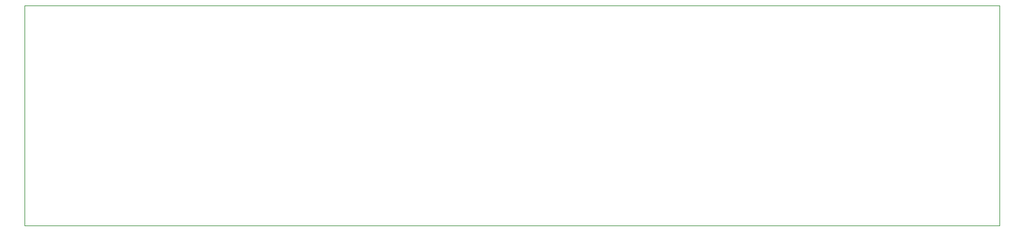
<source format=gbr>
G04 #@! TF.GenerationSoftware,KiCad,Pcbnew,5.1.6*
G04 #@! TF.CreationDate,2020-05-20T11:34:49+02:00*
G04 #@! TF.ProjectId,5V_power_dist,35565f70-6f77-4657-925f-646973742e6b,rev?*
G04 #@! TF.SameCoordinates,Original*
G04 #@! TF.FileFunction,Profile,NP*
%FSLAX46Y46*%
G04 Gerber Fmt 4.6, Leading zero omitted, Abs format (unit mm)*
G04 Created by KiCad (PCBNEW 5.1.6) date 2020-05-20 11:34:49*
%MOMM*%
%LPD*%
G01*
G04 APERTURE LIST*
G04 #@! TA.AperFunction,Profile*
%ADD10C,0.050000*%
G04 #@! TD*
G04 APERTURE END LIST*
D10*
X88900000Y-71120000D02*
X88900000Y-101600000D01*
X223520000Y-71120000D02*
X88900000Y-71120000D01*
X223520000Y-101600000D02*
X223520000Y-71120000D01*
X88900000Y-101600000D02*
X223520000Y-101600000D01*
M02*

</source>
